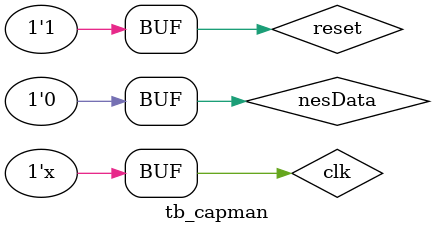
<source format=v>
/*************************************************************/
`timescale 1ns/1ns

module tb_capman #(parameter WIDTH = 16) ();
	
	reg clk, reset;
	reg nesData;
	wire nesClock;		//NES clock
	wire nesLatch;		//NES lach
	wire [7:0] LEDs;		//LEDs
	wire [7:0] vga_red;		//VGA red
	wire [7:0] vga_green; 	//VGA green
	wire [7:0] vga_blue;		//VGA blue
	wire hSync; 			//VGA hsync
	wire vSync;			//VGA vsync
	wire VGA_CLK; 		//VGA 25MHz clock
	wire VGA_SYNC_N; 	//VGA sync
	wire VGA_BLANK_N;		//VGA blank

	// Instantiate modules
	Capman game(
        .clk(clk),
        .reset(reset),
        .nesData(nesData),
        .nesClock(nesClock),
        .nesLatch(nesLatch),
        .LEDs(LEDs),
        .vga_red(vga_red),
        .vga_green(vga_green),
        .vga_blue(vga_blue),
        .hSync(hSync),
        .vSync(vSync),
        .VGA_CLK(VGA_CLK),
        .VGA_SYNC_N(VGA_SYNC_N),
        .VGA_BLANK_N(VGA_BLANK_N)
    );
	
	// Start clock and reset
	initial begin
	   clk <= 0;
	   reset <= 0;
	   nesData <= 0;
		#100;
		reset <= 1;
		#10;
	end
		
	// Generate clock
	always #10 begin
	   clk = ~clk;
	end
	
endmodule 

</source>
